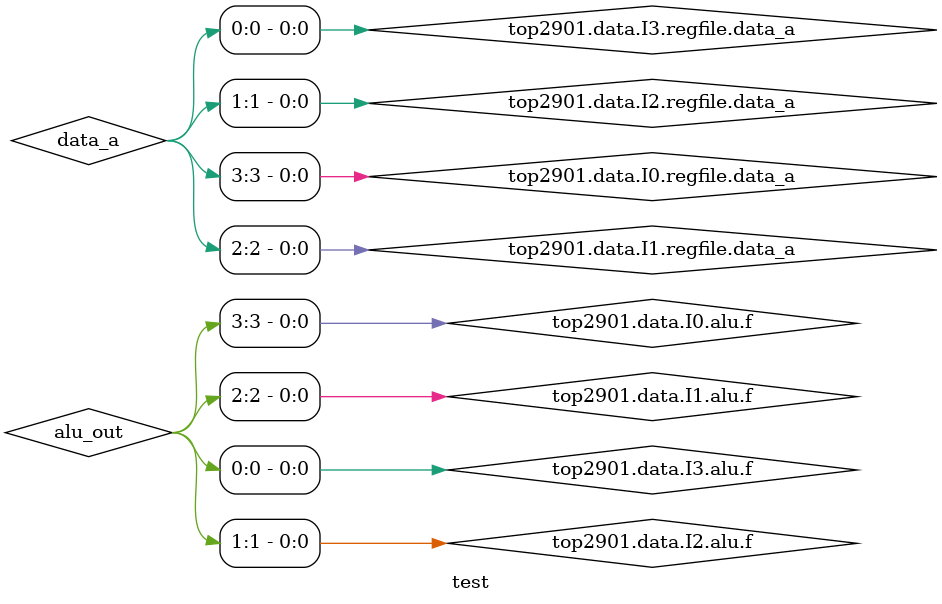
<source format=v>

`timescale 1ns / 1ns

`include "../ece425mp2/Am2901.v"
`include "../ece425mp2/controller.v"

module test;

reg cp;
reg [8:0] i;
reg cin_hi, q0reg, q3reg, ram0reg, ram3reg;
wire cout_hi, g_lo, p_lo, ovr, z, f3;
reg [3:0] d, a, b;
wire [3:0] y;
wire ram0, ram3, q0, q3;
reg oe;
wire [3:0] data_a, data_b;
wire [3:0] data_q, alu_r, alu_s;
wire [3:0] alu_out;
wire [3:0] y_out;
wire [3:0] r_out, s_out;
wire [3:0] f_out, q_out;
wire [3:0] q_right, q_left, q_b;
wire [3:0] sum, cout, cin;
wire [3:0] logic_nand, logic_xor, logic_nor;
assign data_a = {top2901.data.I0.regfile.data_a,top2901.data.I1.regfile.data_a,top2901.data.I2.regfile.data_a,top2901.data.I3.regfile.data_a};
assign data_b = {top2901.data.I0.regfile.data_b,top2901.data.I1.regfile.data_b,top2901.data.I2.regfile.data_b,top2901.data.I3.regfile.data_b};
assign data_q = {top2901.data.I0.q_reg.q,top2901.data.I1.q_reg.q,top2901.data.I2.q_reg.q,top2901.data.I3.q_reg.q};
assign alu_r = {top2901.data.I0.alu.r,top2901.data.I1.alu.r,top2901.data.I2.alu.r,top2901.data.I3.alu.r};
assign alu_s = {top2901.data.I0.alu.s,top2901.data.I1.alu.s,top2901.data.I2.alu.s,top2901.data.I3.alu.s};
assign alu_out = {top2901.data.I0.alu.f,top2901.data.I1.alu.f,top2901.data.I2.alu.f,top2901.data.I3.alu.f};

assign sum = {top2901.data.I0.alu.add.sum,top2901.data.I1.alu.add.sum,top2901.data.I2.alu.add.sum,top2901.data.I3.alu.add.sum};
assign cout = {top2901.data.I0.alu.add.cout,top2901.data.I1.alu.add.cout,top2901.data.I2.alu.add.cout,top2901.data.I3.alu.add.cout};
assign cin = {top2901.data.I0.alu.add.cin,top2901.data.I1.alu.add.cin,top2901.data.I2.alu.add.cin,top2901.data.I3.alu.add.cin};

assign logic_nand = {top2901.data.I0.alu.add.gen_lo,top2901.data.I1.alu.add.gen_lo,top2901.data.I2.alu.add.gen_lo,top2901.data.I3.alu.add.gen_lo};
assign logic_nor = {top2901.data.I0.alu.add.kill_hi,top2901.data.I1.alu.add.kill_hi,top2901.data.I2.alu.add.kill_hi,top2901.data.I3.alu.add.kill_hi};
assign logic_xor = {top2901.data.I0.alu.add.prop_hi,top2901.data.I1.alu.add.prop_hi,top2901.data.I2.alu.add.prop_hi,top2901.data.I3.alu.add.prop_hi};

assign q_left = {top2901.data.I0.q_mux.c,top2901.data.I1.q_mux.c,top2901.data.I2.q_mux.c,top2901.data.I3.q_mux.c};
assign q_right = {top2901.data.I0.q_mux.a,top2901.data.I1.q_mux.a,top2901.data.I2.q_mux.a,top2901.data.I3.q_mux.a};
assign q_b = {top2901.data.I0.q_mux.b,top2901.data.I1.q_mux.b,top2901.data.I2.q_mux.b,top2901.data.I3.q_mux.b};



assign y_out = {top2901.data.I0.y_mux.y,top2901.data.I1.y_mux.y,top2901.data.I2.y_mux.y,top2901.data.I3.y_mux.y};
assign r_out = {top2901.data.I0.r_mux.y,top2901.data.I1.r_mux.y,top2901.data.I2.r_mux.y,top2901.data.I3.r_mux.y};
assign s_out = {top2901.data.I0.s_mux.y,top2901.data.I1.s_mux.y,top2901.data.I2.s_mux.y,top2901.data.I3.s_mux.y};
assign f_out = {top2901.data.I0.f_mux.y,top2901.data.I1.f_mux.y,top2901.data.I2.f_mux.y,top2901.data.I3.f_mux.y};
assign q_out = {top2901.data.I0.q_mux.y,top2901.data.I1.q_mux.y,top2901.data.I2.q_mux.y,top2901.data.I3.q_mux.y};

assign q0 = q0reg;
assign q3 = q3reg;
assign ram0 = ram0reg;
assign ram3 = ram3reg;

Am2901 top2901(cp,i,cin_hi,cout_hi,g_lo,p_lo,ovr,z,f3,d,y,a,b,ram0,ram3,q0,q3,oe);

`include "testfixture.verilog"

endmodule

</source>
